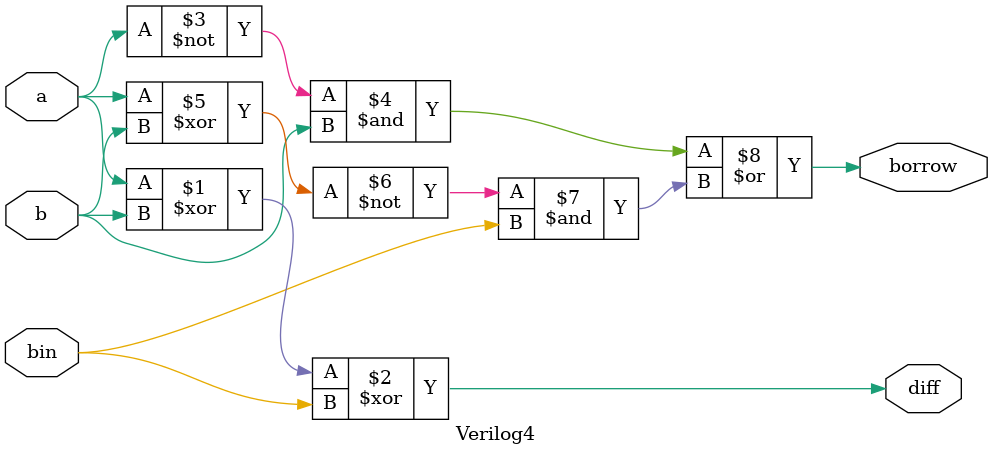
<source format=v>
module Verilog4(
    input  wire a, b, bin,       
    output wire diff, borrow     
);
    assign diff   = a ^ b ^ bin;                  
    assign borrow = (~a & b) | (~(a ^ b) & bin);  
endmodule
</source>
